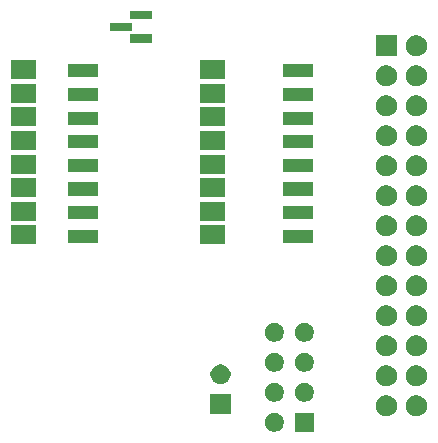
<source format=gbr>
G04 #@! TF.GenerationSoftware,KiCad,Pcbnew,(5.1.5-0-10_14)*
G04 #@! TF.CreationDate,2020-05-04T22:30:03+03:00*
G04 #@! TF.ProjectId,PiGate,50694761-7465-42e6-9b69-6361645f7063,rev?*
G04 #@! TF.SameCoordinates,Original*
G04 #@! TF.FileFunction,Soldermask,Top*
G04 #@! TF.FilePolarity,Negative*
%FSLAX46Y46*%
G04 Gerber Fmt 4.6, Leading zero omitted, Abs format (unit mm)*
G04 Created by KiCad (PCBNEW (5.1.5-0-10_14)) date 2020-05-04 22:30:03*
%MOMM*%
%LPD*%
G04 APERTURE LIST*
%ADD10C,0.100000*%
G04 APERTURE END LIST*
D10*
G36*
X121717000Y-86233200D02*
G01*
X120091000Y-86233200D01*
X120091000Y-84607200D01*
X121717000Y-84607200D01*
X121717000Y-86233200D01*
G37*
G36*
X118601142Y-84638442D02*
G01*
X118749101Y-84699729D01*
X118882255Y-84788699D01*
X118995501Y-84901945D01*
X119084471Y-85035099D01*
X119145758Y-85183058D01*
X119177000Y-85340125D01*
X119177000Y-85500275D01*
X119145758Y-85657342D01*
X119084471Y-85805301D01*
X118995501Y-85938455D01*
X118882255Y-86051701D01*
X118749101Y-86140671D01*
X118601142Y-86201958D01*
X118444075Y-86233200D01*
X118283925Y-86233200D01*
X118126858Y-86201958D01*
X117978899Y-86140671D01*
X117845745Y-86051701D01*
X117732499Y-85938455D01*
X117643529Y-85805301D01*
X117582242Y-85657342D01*
X117551000Y-85500275D01*
X117551000Y-85340125D01*
X117582242Y-85183058D01*
X117643529Y-85035099D01*
X117732499Y-84901945D01*
X117845745Y-84788699D01*
X117978899Y-84699729D01*
X118126858Y-84638442D01*
X118283925Y-84607200D01*
X118444075Y-84607200D01*
X118601142Y-84638442D01*
G37*
G36*
X130508814Y-83133927D02*
G01*
X130658114Y-83163624D01*
X130822086Y-83231544D01*
X130969656Y-83330147D01*
X131095155Y-83455646D01*
X131193758Y-83603216D01*
X131261678Y-83767188D01*
X131296302Y-83941259D01*
X131296302Y-84118741D01*
X131261678Y-84292812D01*
X131193758Y-84456784D01*
X131095155Y-84604354D01*
X130969656Y-84729853D01*
X130822086Y-84828456D01*
X130658114Y-84896376D01*
X130508814Y-84926073D01*
X130484044Y-84931000D01*
X130306560Y-84931000D01*
X130281790Y-84926073D01*
X130132490Y-84896376D01*
X129968518Y-84828456D01*
X129820948Y-84729853D01*
X129695449Y-84604354D01*
X129596846Y-84456784D01*
X129528926Y-84292812D01*
X129494302Y-84118741D01*
X129494302Y-83941259D01*
X129528926Y-83767188D01*
X129596846Y-83603216D01*
X129695449Y-83455646D01*
X129820948Y-83330147D01*
X129968518Y-83231544D01*
X130132490Y-83163624D01*
X130281790Y-83133927D01*
X130306560Y-83129000D01*
X130484044Y-83129000D01*
X130508814Y-83133927D01*
G37*
G36*
X127968814Y-83133927D02*
G01*
X128118114Y-83163624D01*
X128282086Y-83231544D01*
X128429656Y-83330147D01*
X128555155Y-83455646D01*
X128653758Y-83603216D01*
X128721678Y-83767188D01*
X128756302Y-83941259D01*
X128756302Y-84118741D01*
X128721678Y-84292812D01*
X128653758Y-84456784D01*
X128555155Y-84604354D01*
X128429656Y-84729853D01*
X128282086Y-84828456D01*
X128118114Y-84896376D01*
X127968814Y-84926073D01*
X127944044Y-84931000D01*
X127766560Y-84931000D01*
X127741790Y-84926073D01*
X127592490Y-84896376D01*
X127428518Y-84828456D01*
X127280948Y-84729853D01*
X127155449Y-84604354D01*
X127056846Y-84456784D01*
X126988926Y-84292812D01*
X126954302Y-84118741D01*
X126954302Y-83941259D01*
X126988926Y-83767188D01*
X127056846Y-83603216D01*
X127155449Y-83455646D01*
X127280948Y-83330147D01*
X127428518Y-83231544D01*
X127592490Y-83163624D01*
X127741790Y-83133927D01*
X127766560Y-83129000D01*
X127944044Y-83129000D01*
X127968814Y-83133927D01*
G37*
G36*
X114668400Y-84721800D02*
G01*
X112966400Y-84721800D01*
X112966400Y-83019800D01*
X114668400Y-83019800D01*
X114668400Y-84721800D01*
G37*
G36*
X121141142Y-82098442D02*
G01*
X121289101Y-82159729D01*
X121422255Y-82248699D01*
X121535501Y-82361945D01*
X121624471Y-82495099D01*
X121685758Y-82643058D01*
X121717000Y-82800125D01*
X121717000Y-82960275D01*
X121685758Y-83117342D01*
X121624471Y-83265301D01*
X121535501Y-83398455D01*
X121422255Y-83511701D01*
X121289101Y-83600671D01*
X121141142Y-83661958D01*
X120984075Y-83693200D01*
X120823925Y-83693200D01*
X120666858Y-83661958D01*
X120518899Y-83600671D01*
X120385745Y-83511701D01*
X120272499Y-83398455D01*
X120183529Y-83265301D01*
X120122242Y-83117342D01*
X120091000Y-82960275D01*
X120091000Y-82800125D01*
X120122242Y-82643058D01*
X120183529Y-82495099D01*
X120272499Y-82361945D01*
X120385745Y-82248699D01*
X120518899Y-82159729D01*
X120666858Y-82098442D01*
X120823925Y-82067200D01*
X120984075Y-82067200D01*
X121141142Y-82098442D01*
G37*
G36*
X118601142Y-82098442D02*
G01*
X118749101Y-82159729D01*
X118882255Y-82248699D01*
X118995501Y-82361945D01*
X119084471Y-82495099D01*
X119145758Y-82643058D01*
X119177000Y-82800125D01*
X119177000Y-82960275D01*
X119145758Y-83117342D01*
X119084471Y-83265301D01*
X118995501Y-83398455D01*
X118882255Y-83511701D01*
X118749101Y-83600671D01*
X118601142Y-83661958D01*
X118444075Y-83693200D01*
X118283925Y-83693200D01*
X118126858Y-83661958D01*
X117978899Y-83600671D01*
X117845745Y-83511701D01*
X117732499Y-83398455D01*
X117643529Y-83265301D01*
X117582242Y-83117342D01*
X117551000Y-82960275D01*
X117551000Y-82800125D01*
X117582242Y-82643058D01*
X117643529Y-82495099D01*
X117732499Y-82361945D01*
X117845745Y-82248699D01*
X117978899Y-82159729D01*
X118126858Y-82098442D01*
X118283925Y-82067200D01*
X118444075Y-82067200D01*
X118601142Y-82098442D01*
G37*
G36*
X130508814Y-80593927D02*
G01*
X130658114Y-80623624D01*
X130822086Y-80691544D01*
X130969656Y-80790147D01*
X131095155Y-80915646D01*
X131193758Y-81063216D01*
X131261678Y-81227188D01*
X131296302Y-81401259D01*
X131296302Y-81578741D01*
X131261678Y-81752812D01*
X131193758Y-81916784D01*
X131095155Y-82064354D01*
X130969656Y-82189853D01*
X130822086Y-82288456D01*
X130658114Y-82356376D01*
X130508814Y-82386073D01*
X130484044Y-82391000D01*
X130306560Y-82391000D01*
X130281790Y-82386073D01*
X130132490Y-82356376D01*
X129968518Y-82288456D01*
X129820948Y-82189853D01*
X129695449Y-82064354D01*
X129596846Y-81916784D01*
X129528926Y-81752812D01*
X129494302Y-81578741D01*
X129494302Y-81401259D01*
X129528926Y-81227188D01*
X129596846Y-81063216D01*
X129695449Y-80915646D01*
X129820948Y-80790147D01*
X129968518Y-80691544D01*
X130132490Y-80623624D01*
X130281790Y-80593927D01*
X130306560Y-80589000D01*
X130484044Y-80589000D01*
X130508814Y-80593927D01*
G37*
G36*
X127968814Y-80593927D02*
G01*
X128118114Y-80623624D01*
X128282086Y-80691544D01*
X128429656Y-80790147D01*
X128555155Y-80915646D01*
X128653758Y-81063216D01*
X128721678Y-81227188D01*
X128756302Y-81401259D01*
X128756302Y-81578741D01*
X128721678Y-81752812D01*
X128653758Y-81916784D01*
X128555155Y-82064354D01*
X128429656Y-82189853D01*
X128282086Y-82288456D01*
X128118114Y-82356376D01*
X127968814Y-82386073D01*
X127944044Y-82391000D01*
X127766560Y-82391000D01*
X127741790Y-82386073D01*
X127592490Y-82356376D01*
X127428518Y-82288456D01*
X127280948Y-82189853D01*
X127155449Y-82064354D01*
X127056846Y-81916784D01*
X126988926Y-81752812D01*
X126954302Y-81578741D01*
X126954302Y-81401259D01*
X126988926Y-81227188D01*
X127056846Y-81063216D01*
X127155449Y-80915646D01*
X127280948Y-80790147D01*
X127428518Y-80691544D01*
X127592490Y-80623624D01*
X127741790Y-80593927D01*
X127766560Y-80589000D01*
X127944044Y-80589000D01*
X127968814Y-80593927D01*
G37*
G36*
X114065628Y-80552503D02*
G01*
X114220500Y-80616653D01*
X114359881Y-80709785D01*
X114478415Y-80828319D01*
X114571547Y-80967700D01*
X114635697Y-81122572D01*
X114668400Y-81286984D01*
X114668400Y-81454616D01*
X114635697Y-81619028D01*
X114571547Y-81773900D01*
X114478415Y-81913281D01*
X114359881Y-82031815D01*
X114220500Y-82124947D01*
X114065628Y-82189097D01*
X113901216Y-82221800D01*
X113733584Y-82221800D01*
X113569172Y-82189097D01*
X113414300Y-82124947D01*
X113274919Y-82031815D01*
X113156385Y-81913281D01*
X113063253Y-81773900D01*
X112999103Y-81619028D01*
X112966400Y-81454616D01*
X112966400Y-81286984D01*
X112999103Y-81122572D01*
X113063253Y-80967700D01*
X113156385Y-80828319D01*
X113274919Y-80709785D01*
X113414300Y-80616653D01*
X113569172Y-80552503D01*
X113733584Y-80519800D01*
X113901216Y-80519800D01*
X114065628Y-80552503D01*
G37*
G36*
X121141142Y-79558442D02*
G01*
X121289101Y-79619729D01*
X121422255Y-79708699D01*
X121535501Y-79821945D01*
X121624471Y-79955099D01*
X121685758Y-80103058D01*
X121717000Y-80260125D01*
X121717000Y-80420275D01*
X121685758Y-80577342D01*
X121624471Y-80725301D01*
X121535501Y-80858455D01*
X121422255Y-80971701D01*
X121289101Y-81060671D01*
X121141142Y-81121958D01*
X120984075Y-81153200D01*
X120823925Y-81153200D01*
X120666858Y-81121958D01*
X120518899Y-81060671D01*
X120385745Y-80971701D01*
X120272499Y-80858455D01*
X120183529Y-80725301D01*
X120122242Y-80577342D01*
X120091000Y-80420275D01*
X120091000Y-80260125D01*
X120122242Y-80103058D01*
X120183529Y-79955099D01*
X120272499Y-79821945D01*
X120385745Y-79708699D01*
X120518899Y-79619729D01*
X120666858Y-79558442D01*
X120823925Y-79527200D01*
X120984075Y-79527200D01*
X121141142Y-79558442D01*
G37*
G36*
X118601142Y-79558442D02*
G01*
X118749101Y-79619729D01*
X118882255Y-79708699D01*
X118995501Y-79821945D01*
X119084471Y-79955099D01*
X119145758Y-80103058D01*
X119177000Y-80260125D01*
X119177000Y-80420275D01*
X119145758Y-80577342D01*
X119084471Y-80725301D01*
X118995501Y-80858455D01*
X118882255Y-80971701D01*
X118749101Y-81060671D01*
X118601142Y-81121958D01*
X118444075Y-81153200D01*
X118283925Y-81153200D01*
X118126858Y-81121958D01*
X117978899Y-81060671D01*
X117845745Y-80971701D01*
X117732499Y-80858455D01*
X117643529Y-80725301D01*
X117582242Y-80577342D01*
X117551000Y-80420275D01*
X117551000Y-80260125D01*
X117582242Y-80103058D01*
X117643529Y-79955099D01*
X117732499Y-79821945D01*
X117845745Y-79708699D01*
X117978899Y-79619729D01*
X118126858Y-79558442D01*
X118283925Y-79527200D01*
X118444075Y-79527200D01*
X118601142Y-79558442D01*
G37*
G36*
X127968814Y-78053927D02*
G01*
X128118114Y-78083624D01*
X128282086Y-78151544D01*
X128429656Y-78250147D01*
X128555155Y-78375646D01*
X128653758Y-78523216D01*
X128721678Y-78687188D01*
X128756302Y-78861259D01*
X128756302Y-79038741D01*
X128721678Y-79212812D01*
X128653758Y-79376784D01*
X128555155Y-79524354D01*
X128429656Y-79649853D01*
X128282086Y-79748456D01*
X128118114Y-79816376D01*
X127968814Y-79846073D01*
X127944044Y-79851000D01*
X127766560Y-79851000D01*
X127741790Y-79846073D01*
X127592490Y-79816376D01*
X127428518Y-79748456D01*
X127280948Y-79649853D01*
X127155449Y-79524354D01*
X127056846Y-79376784D01*
X126988926Y-79212812D01*
X126954302Y-79038741D01*
X126954302Y-78861259D01*
X126988926Y-78687188D01*
X127056846Y-78523216D01*
X127155449Y-78375646D01*
X127280948Y-78250147D01*
X127428518Y-78151544D01*
X127592490Y-78083624D01*
X127741790Y-78053927D01*
X127766560Y-78049000D01*
X127944044Y-78049000D01*
X127968814Y-78053927D01*
G37*
G36*
X130508814Y-78053927D02*
G01*
X130658114Y-78083624D01*
X130822086Y-78151544D01*
X130969656Y-78250147D01*
X131095155Y-78375646D01*
X131193758Y-78523216D01*
X131261678Y-78687188D01*
X131296302Y-78861259D01*
X131296302Y-79038741D01*
X131261678Y-79212812D01*
X131193758Y-79376784D01*
X131095155Y-79524354D01*
X130969656Y-79649853D01*
X130822086Y-79748456D01*
X130658114Y-79816376D01*
X130508814Y-79846073D01*
X130484044Y-79851000D01*
X130306560Y-79851000D01*
X130281790Y-79846073D01*
X130132490Y-79816376D01*
X129968518Y-79748456D01*
X129820948Y-79649853D01*
X129695449Y-79524354D01*
X129596846Y-79376784D01*
X129528926Y-79212812D01*
X129494302Y-79038741D01*
X129494302Y-78861259D01*
X129528926Y-78687188D01*
X129596846Y-78523216D01*
X129695449Y-78375646D01*
X129820948Y-78250147D01*
X129968518Y-78151544D01*
X130132490Y-78083624D01*
X130281790Y-78053927D01*
X130306560Y-78049000D01*
X130484044Y-78049000D01*
X130508814Y-78053927D01*
G37*
G36*
X118601142Y-77018442D02*
G01*
X118749101Y-77079729D01*
X118882255Y-77168699D01*
X118995501Y-77281945D01*
X119084471Y-77415099D01*
X119145758Y-77563058D01*
X119177000Y-77720125D01*
X119177000Y-77880275D01*
X119145758Y-78037342D01*
X119084471Y-78185301D01*
X118995501Y-78318455D01*
X118882255Y-78431701D01*
X118749101Y-78520671D01*
X118601142Y-78581958D01*
X118444075Y-78613200D01*
X118283925Y-78613200D01*
X118126858Y-78581958D01*
X117978899Y-78520671D01*
X117845745Y-78431701D01*
X117732499Y-78318455D01*
X117643529Y-78185301D01*
X117582242Y-78037342D01*
X117551000Y-77880275D01*
X117551000Y-77720125D01*
X117582242Y-77563058D01*
X117643529Y-77415099D01*
X117732499Y-77281945D01*
X117845745Y-77168699D01*
X117978899Y-77079729D01*
X118126858Y-77018442D01*
X118283925Y-76987200D01*
X118444075Y-76987200D01*
X118601142Y-77018442D01*
G37*
G36*
X121141142Y-77018442D02*
G01*
X121289101Y-77079729D01*
X121422255Y-77168699D01*
X121535501Y-77281945D01*
X121624471Y-77415099D01*
X121685758Y-77563058D01*
X121717000Y-77720125D01*
X121717000Y-77880275D01*
X121685758Y-78037342D01*
X121624471Y-78185301D01*
X121535501Y-78318455D01*
X121422255Y-78431701D01*
X121289101Y-78520671D01*
X121141142Y-78581958D01*
X120984075Y-78613200D01*
X120823925Y-78613200D01*
X120666858Y-78581958D01*
X120518899Y-78520671D01*
X120385745Y-78431701D01*
X120272499Y-78318455D01*
X120183529Y-78185301D01*
X120122242Y-78037342D01*
X120091000Y-77880275D01*
X120091000Y-77720125D01*
X120122242Y-77563058D01*
X120183529Y-77415099D01*
X120272499Y-77281945D01*
X120385745Y-77168699D01*
X120518899Y-77079729D01*
X120666858Y-77018442D01*
X120823925Y-76987200D01*
X120984075Y-76987200D01*
X121141142Y-77018442D01*
G37*
G36*
X127968814Y-75513927D02*
G01*
X128118114Y-75543624D01*
X128282086Y-75611544D01*
X128429656Y-75710147D01*
X128555155Y-75835646D01*
X128653758Y-75983216D01*
X128721678Y-76147188D01*
X128756302Y-76321259D01*
X128756302Y-76498741D01*
X128721678Y-76672812D01*
X128653758Y-76836784D01*
X128555155Y-76984354D01*
X128429656Y-77109853D01*
X128282086Y-77208456D01*
X128118114Y-77276376D01*
X127968814Y-77306073D01*
X127944044Y-77311000D01*
X127766560Y-77311000D01*
X127741790Y-77306073D01*
X127592490Y-77276376D01*
X127428518Y-77208456D01*
X127280948Y-77109853D01*
X127155449Y-76984354D01*
X127056846Y-76836784D01*
X126988926Y-76672812D01*
X126954302Y-76498741D01*
X126954302Y-76321259D01*
X126988926Y-76147188D01*
X127056846Y-75983216D01*
X127155449Y-75835646D01*
X127280948Y-75710147D01*
X127428518Y-75611544D01*
X127592490Y-75543624D01*
X127741790Y-75513927D01*
X127766560Y-75509000D01*
X127944044Y-75509000D01*
X127968814Y-75513927D01*
G37*
G36*
X130508814Y-75513927D02*
G01*
X130658114Y-75543624D01*
X130822086Y-75611544D01*
X130969656Y-75710147D01*
X131095155Y-75835646D01*
X131193758Y-75983216D01*
X131261678Y-76147188D01*
X131296302Y-76321259D01*
X131296302Y-76498741D01*
X131261678Y-76672812D01*
X131193758Y-76836784D01*
X131095155Y-76984354D01*
X130969656Y-77109853D01*
X130822086Y-77208456D01*
X130658114Y-77276376D01*
X130508814Y-77306073D01*
X130484044Y-77311000D01*
X130306560Y-77311000D01*
X130281790Y-77306073D01*
X130132490Y-77276376D01*
X129968518Y-77208456D01*
X129820948Y-77109853D01*
X129695449Y-76984354D01*
X129596846Y-76836784D01*
X129528926Y-76672812D01*
X129494302Y-76498741D01*
X129494302Y-76321259D01*
X129528926Y-76147188D01*
X129596846Y-75983216D01*
X129695449Y-75835646D01*
X129820948Y-75710147D01*
X129968518Y-75611544D01*
X130132490Y-75543624D01*
X130281790Y-75513927D01*
X130306560Y-75509000D01*
X130484044Y-75509000D01*
X130508814Y-75513927D01*
G37*
G36*
X130508814Y-72973927D02*
G01*
X130658114Y-73003624D01*
X130822086Y-73071544D01*
X130969656Y-73170147D01*
X131095155Y-73295646D01*
X131193758Y-73443216D01*
X131261678Y-73607188D01*
X131296302Y-73781259D01*
X131296302Y-73958741D01*
X131261678Y-74132812D01*
X131193758Y-74296784D01*
X131095155Y-74444354D01*
X130969656Y-74569853D01*
X130822086Y-74668456D01*
X130658114Y-74736376D01*
X130508814Y-74766073D01*
X130484044Y-74771000D01*
X130306560Y-74771000D01*
X130281790Y-74766073D01*
X130132490Y-74736376D01*
X129968518Y-74668456D01*
X129820948Y-74569853D01*
X129695449Y-74444354D01*
X129596846Y-74296784D01*
X129528926Y-74132812D01*
X129494302Y-73958741D01*
X129494302Y-73781259D01*
X129528926Y-73607188D01*
X129596846Y-73443216D01*
X129695449Y-73295646D01*
X129820948Y-73170147D01*
X129968518Y-73071544D01*
X130132490Y-73003624D01*
X130281790Y-72973927D01*
X130306560Y-72969000D01*
X130484044Y-72969000D01*
X130508814Y-72973927D01*
G37*
G36*
X127968814Y-72973927D02*
G01*
X128118114Y-73003624D01*
X128282086Y-73071544D01*
X128429656Y-73170147D01*
X128555155Y-73295646D01*
X128653758Y-73443216D01*
X128721678Y-73607188D01*
X128756302Y-73781259D01*
X128756302Y-73958741D01*
X128721678Y-74132812D01*
X128653758Y-74296784D01*
X128555155Y-74444354D01*
X128429656Y-74569853D01*
X128282086Y-74668456D01*
X128118114Y-74736376D01*
X127968814Y-74766073D01*
X127944044Y-74771000D01*
X127766560Y-74771000D01*
X127741790Y-74766073D01*
X127592490Y-74736376D01*
X127428518Y-74668456D01*
X127280948Y-74569853D01*
X127155449Y-74444354D01*
X127056846Y-74296784D01*
X126988926Y-74132812D01*
X126954302Y-73958741D01*
X126954302Y-73781259D01*
X126988926Y-73607188D01*
X127056846Y-73443216D01*
X127155449Y-73295646D01*
X127280948Y-73170147D01*
X127428518Y-73071544D01*
X127592490Y-73003624D01*
X127741790Y-72973927D01*
X127766560Y-72969000D01*
X127944044Y-72969000D01*
X127968814Y-72973927D01*
G37*
G36*
X130508814Y-70433927D02*
G01*
X130658114Y-70463624D01*
X130822086Y-70531544D01*
X130969656Y-70630147D01*
X131095155Y-70755646D01*
X131193758Y-70903216D01*
X131261678Y-71067188D01*
X131296302Y-71241259D01*
X131296302Y-71418741D01*
X131261678Y-71592812D01*
X131193758Y-71756784D01*
X131095155Y-71904354D01*
X130969656Y-72029853D01*
X130822086Y-72128456D01*
X130658114Y-72196376D01*
X130508814Y-72226073D01*
X130484044Y-72231000D01*
X130306560Y-72231000D01*
X130281790Y-72226073D01*
X130132490Y-72196376D01*
X129968518Y-72128456D01*
X129820948Y-72029853D01*
X129695449Y-71904354D01*
X129596846Y-71756784D01*
X129528926Y-71592812D01*
X129494302Y-71418741D01*
X129494302Y-71241259D01*
X129528926Y-71067188D01*
X129596846Y-70903216D01*
X129695449Y-70755646D01*
X129820948Y-70630147D01*
X129968518Y-70531544D01*
X130132490Y-70463624D01*
X130281790Y-70433927D01*
X130306560Y-70429000D01*
X130484044Y-70429000D01*
X130508814Y-70433927D01*
G37*
G36*
X127968814Y-70433927D02*
G01*
X128118114Y-70463624D01*
X128282086Y-70531544D01*
X128429656Y-70630147D01*
X128555155Y-70755646D01*
X128653758Y-70903216D01*
X128721678Y-71067188D01*
X128756302Y-71241259D01*
X128756302Y-71418741D01*
X128721678Y-71592812D01*
X128653758Y-71756784D01*
X128555155Y-71904354D01*
X128429656Y-72029853D01*
X128282086Y-72128456D01*
X128118114Y-72196376D01*
X127968814Y-72226073D01*
X127944044Y-72231000D01*
X127766560Y-72231000D01*
X127741790Y-72226073D01*
X127592490Y-72196376D01*
X127428518Y-72128456D01*
X127280948Y-72029853D01*
X127155449Y-71904354D01*
X127056846Y-71756784D01*
X126988926Y-71592812D01*
X126954302Y-71418741D01*
X126954302Y-71241259D01*
X126988926Y-71067188D01*
X127056846Y-70903216D01*
X127155449Y-70755646D01*
X127280948Y-70630147D01*
X127428518Y-70531544D01*
X127592490Y-70463624D01*
X127741790Y-70433927D01*
X127766560Y-70429000D01*
X127944044Y-70429000D01*
X127968814Y-70433927D01*
G37*
G36*
X114180600Y-70361200D02*
G01*
X112078600Y-70361200D01*
X112078600Y-68759200D01*
X114180600Y-68759200D01*
X114180600Y-70361200D01*
G37*
G36*
X98180600Y-70361200D02*
G01*
X96078600Y-70361200D01*
X96078600Y-68759200D01*
X98180600Y-68759200D01*
X98180600Y-70361200D01*
G37*
G36*
X103471600Y-70223200D02*
G01*
X100869600Y-70223200D01*
X100869600Y-69121200D01*
X103471600Y-69121200D01*
X103471600Y-70223200D01*
G37*
G36*
X121671600Y-70223200D02*
G01*
X119069600Y-70223200D01*
X119069600Y-69121200D01*
X121671600Y-69121200D01*
X121671600Y-70223200D01*
G37*
G36*
X127968814Y-67893927D02*
G01*
X128118114Y-67923624D01*
X128282086Y-67991544D01*
X128429656Y-68090147D01*
X128555155Y-68215646D01*
X128653758Y-68363216D01*
X128721678Y-68527188D01*
X128756302Y-68701259D01*
X128756302Y-68878741D01*
X128721678Y-69052812D01*
X128653758Y-69216784D01*
X128555155Y-69364354D01*
X128429656Y-69489853D01*
X128282086Y-69588456D01*
X128118114Y-69656376D01*
X127968814Y-69686073D01*
X127944044Y-69691000D01*
X127766560Y-69691000D01*
X127741790Y-69686073D01*
X127592490Y-69656376D01*
X127428518Y-69588456D01*
X127280948Y-69489853D01*
X127155449Y-69364354D01*
X127056846Y-69216784D01*
X126988926Y-69052812D01*
X126954302Y-68878741D01*
X126954302Y-68701259D01*
X126988926Y-68527188D01*
X127056846Y-68363216D01*
X127155449Y-68215646D01*
X127280948Y-68090147D01*
X127428518Y-67991544D01*
X127592490Y-67923624D01*
X127741790Y-67893927D01*
X127766560Y-67889000D01*
X127944044Y-67889000D01*
X127968814Y-67893927D01*
G37*
G36*
X130508814Y-67893927D02*
G01*
X130658114Y-67923624D01*
X130822086Y-67991544D01*
X130969656Y-68090147D01*
X131095155Y-68215646D01*
X131193758Y-68363216D01*
X131261678Y-68527188D01*
X131296302Y-68701259D01*
X131296302Y-68878741D01*
X131261678Y-69052812D01*
X131193758Y-69216784D01*
X131095155Y-69364354D01*
X130969656Y-69489853D01*
X130822086Y-69588456D01*
X130658114Y-69656376D01*
X130508814Y-69686073D01*
X130484044Y-69691000D01*
X130306560Y-69691000D01*
X130281790Y-69686073D01*
X130132490Y-69656376D01*
X129968518Y-69588456D01*
X129820948Y-69489853D01*
X129695449Y-69364354D01*
X129596846Y-69216784D01*
X129528926Y-69052812D01*
X129494302Y-68878741D01*
X129494302Y-68701259D01*
X129528926Y-68527188D01*
X129596846Y-68363216D01*
X129695449Y-68215646D01*
X129820948Y-68090147D01*
X129968518Y-67991544D01*
X130132490Y-67923624D01*
X130281790Y-67893927D01*
X130306560Y-67889000D01*
X130484044Y-67889000D01*
X130508814Y-67893927D01*
G37*
G36*
X98180600Y-68361200D02*
G01*
X96078600Y-68361200D01*
X96078600Y-66759200D01*
X98180600Y-66759200D01*
X98180600Y-68361200D01*
G37*
G36*
X114180600Y-68361200D02*
G01*
X112078600Y-68361200D01*
X112078600Y-66759200D01*
X114180600Y-66759200D01*
X114180600Y-68361200D01*
G37*
G36*
X103471600Y-68223200D02*
G01*
X100869600Y-68223200D01*
X100869600Y-67121200D01*
X103471600Y-67121200D01*
X103471600Y-68223200D01*
G37*
G36*
X121671600Y-68223200D02*
G01*
X119069600Y-68223200D01*
X119069600Y-67121200D01*
X121671600Y-67121200D01*
X121671600Y-68223200D01*
G37*
G36*
X127968814Y-65353927D02*
G01*
X128118114Y-65383624D01*
X128282086Y-65451544D01*
X128429656Y-65550147D01*
X128555155Y-65675646D01*
X128653758Y-65823216D01*
X128721678Y-65987188D01*
X128756302Y-66161259D01*
X128756302Y-66338741D01*
X128721678Y-66512812D01*
X128653758Y-66676784D01*
X128555155Y-66824354D01*
X128429656Y-66949853D01*
X128282086Y-67048456D01*
X128118114Y-67116376D01*
X127968814Y-67146073D01*
X127944044Y-67151000D01*
X127766560Y-67151000D01*
X127741790Y-67146073D01*
X127592490Y-67116376D01*
X127428518Y-67048456D01*
X127280948Y-66949853D01*
X127155449Y-66824354D01*
X127056846Y-66676784D01*
X126988926Y-66512812D01*
X126954302Y-66338741D01*
X126954302Y-66161259D01*
X126988926Y-65987188D01*
X127056846Y-65823216D01*
X127155449Y-65675646D01*
X127280948Y-65550147D01*
X127428518Y-65451544D01*
X127592490Y-65383624D01*
X127741790Y-65353927D01*
X127766560Y-65349000D01*
X127944044Y-65349000D01*
X127968814Y-65353927D01*
G37*
G36*
X130508814Y-65353927D02*
G01*
X130658114Y-65383624D01*
X130822086Y-65451544D01*
X130969656Y-65550147D01*
X131095155Y-65675646D01*
X131193758Y-65823216D01*
X131261678Y-65987188D01*
X131296302Y-66161259D01*
X131296302Y-66338741D01*
X131261678Y-66512812D01*
X131193758Y-66676784D01*
X131095155Y-66824354D01*
X130969656Y-66949853D01*
X130822086Y-67048456D01*
X130658114Y-67116376D01*
X130508814Y-67146073D01*
X130484044Y-67151000D01*
X130306560Y-67151000D01*
X130281790Y-67146073D01*
X130132490Y-67116376D01*
X129968518Y-67048456D01*
X129820948Y-66949853D01*
X129695449Y-66824354D01*
X129596846Y-66676784D01*
X129528926Y-66512812D01*
X129494302Y-66338741D01*
X129494302Y-66161259D01*
X129528926Y-65987188D01*
X129596846Y-65823216D01*
X129695449Y-65675646D01*
X129820948Y-65550147D01*
X129968518Y-65451544D01*
X130132490Y-65383624D01*
X130281790Y-65353927D01*
X130306560Y-65349000D01*
X130484044Y-65349000D01*
X130508814Y-65353927D01*
G37*
G36*
X98180600Y-66361200D02*
G01*
X96078600Y-66361200D01*
X96078600Y-64759200D01*
X98180600Y-64759200D01*
X98180600Y-66361200D01*
G37*
G36*
X114180600Y-66361200D02*
G01*
X112078600Y-66361200D01*
X112078600Y-64759200D01*
X114180600Y-64759200D01*
X114180600Y-66361200D01*
G37*
G36*
X103471600Y-66223200D02*
G01*
X100869600Y-66223200D01*
X100869600Y-65121200D01*
X103471600Y-65121200D01*
X103471600Y-66223200D01*
G37*
G36*
X121671600Y-66223200D02*
G01*
X119069600Y-66223200D01*
X119069600Y-65121200D01*
X121671600Y-65121200D01*
X121671600Y-66223200D01*
G37*
G36*
X130508814Y-62813927D02*
G01*
X130658114Y-62843624D01*
X130822086Y-62911544D01*
X130969656Y-63010147D01*
X131095155Y-63135646D01*
X131193758Y-63283216D01*
X131261678Y-63447188D01*
X131296302Y-63621259D01*
X131296302Y-63798741D01*
X131261678Y-63972812D01*
X131193758Y-64136784D01*
X131095155Y-64284354D01*
X130969656Y-64409853D01*
X130822086Y-64508456D01*
X130658114Y-64576376D01*
X130508814Y-64606073D01*
X130484044Y-64611000D01*
X130306560Y-64611000D01*
X130281790Y-64606073D01*
X130132490Y-64576376D01*
X129968518Y-64508456D01*
X129820948Y-64409853D01*
X129695449Y-64284354D01*
X129596846Y-64136784D01*
X129528926Y-63972812D01*
X129494302Y-63798741D01*
X129494302Y-63621259D01*
X129528926Y-63447188D01*
X129596846Y-63283216D01*
X129695449Y-63135646D01*
X129820948Y-63010147D01*
X129968518Y-62911544D01*
X130132490Y-62843624D01*
X130281790Y-62813927D01*
X130306560Y-62809000D01*
X130484044Y-62809000D01*
X130508814Y-62813927D01*
G37*
G36*
X127968814Y-62813927D02*
G01*
X128118114Y-62843624D01*
X128282086Y-62911544D01*
X128429656Y-63010147D01*
X128555155Y-63135646D01*
X128653758Y-63283216D01*
X128721678Y-63447188D01*
X128756302Y-63621259D01*
X128756302Y-63798741D01*
X128721678Y-63972812D01*
X128653758Y-64136784D01*
X128555155Y-64284354D01*
X128429656Y-64409853D01*
X128282086Y-64508456D01*
X128118114Y-64576376D01*
X127968814Y-64606073D01*
X127944044Y-64611000D01*
X127766560Y-64611000D01*
X127741790Y-64606073D01*
X127592490Y-64576376D01*
X127428518Y-64508456D01*
X127280948Y-64409853D01*
X127155449Y-64284354D01*
X127056846Y-64136784D01*
X126988926Y-63972812D01*
X126954302Y-63798741D01*
X126954302Y-63621259D01*
X126988926Y-63447188D01*
X127056846Y-63283216D01*
X127155449Y-63135646D01*
X127280948Y-63010147D01*
X127428518Y-62911544D01*
X127592490Y-62843624D01*
X127741790Y-62813927D01*
X127766560Y-62809000D01*
X127944044Y-62809000D01*
X127968814Y-62813927D01*
G37*
G36*
X114180600Y-64361200D02*
G01*
X112078600Y-64361200D01*
X112078600Y-62759200D01*
X114180600Y-62759200D01*
X114180600Y-64361200D01*
G37*
G36*
X98180600Y-64361200D02*
G01*
X96078600Y-64361200D01*
X96078600Y-62759200D01*
X98180600Y-62759200D01*
X98180600Y-64361200D01*
G37*
G36*
X121671600Y-64223200D02*
G01*
X119069600Y-64223200D01*
X119069600Y-63121200D01*
X121671600Y-63121200D01*
X121671600Y-64223200D01*
G37*
G36*
X103471600Y-64223200D02*
G01*
X100869600Y-64223200D01*
X100869600Y-63121200D01*
X103471600Y-63121200D01*
X103471600Y-64223200D01*
G37*
G36*
X114180600Y-62361200D02*
G01*
X112078600Y-62361200D01*
X112078600Y-60759200D01*
X114180600Y-60759200D01*
X114180600Y-62361200D01*
G37*
G36*
X98180600Y-62361200D02*
G01*
X96078600Y-62361200D01*
X96078600Y-60759200D01*
X98180600Y-60759200D01*
X98180600Y-62361200D01*
G37*
G36*
X121671600Y-62223200D02*
G01*
X119069600Y-62223200D01*
X119069600Y-61121200D01*
X121671600Y-61121200D01*
X121671600Y-62223200D01*
G37*
G36*
X103471600Y-62223200D02*
G01*
X100869600Y-62223200D01*
X100869600Y-61121200D01*
X103471600Y-61121200D01*
X103471600Y-62223200D01*
G37*
G36*
X130508814Y-60273927D02*
G01*
X130658114Y-60303624D01*
X130822086Y-60371544D01*
X130969656Y-60470147D01*
X131095155Y-60595646D01*
X131193758Y-60743216D01*
X131261678Y-60907188D01*
X131296302Y-61081259D01*
X131296302Y-61258741D01*
X131261678Y-61432812D01*
X131193758Y-61596784D01*
X131095155Y-61744354D01*
X130969656Y-61869853D01*
X130822086Y-61968456D01*
X130658114Y-62036376D01*
X130508814Y-62066073D01*
X130484044Y-62071000D01*
X130306560Y-62071000D01*
X130281790Y-62066073D01*
X130132490Y-62036376D01*
X129968518Y-61968456D01*
X129820948Y-61869853D01*
X129695449Y-61744354D01*
X129596846Y-61596784D01*
X129528926Y-61432812D01*
X129494302Y-61258741D01*
X129494302Y-61081259D01*
X129528926Y-60907188D01*
X129596846Y-60743216D01*
X129695449Y-60595646D01*
X129820948Y-60470147D01*
X129968518Y-60371544D01*
X130132490Y-60303624D01*
X130281790Y-60273927D01*
X130306560Y-60269000D01*
X130484044Y-60269000D01*
X130508814Y-60273927D01*
G37*
G36*
X127968814Y-60273927D02*
G01*
X128118114Y-60303624D01*
X128282086Y-60371544D01*
X128429656Y-60470147D01*
X128555155Y-60595646D01*
X128653758Y-60743216D01*
X128721678Y-60907188D01*
X128756302Y-61081259D01*
X128756302Y-61258741D01*
X128721678Y-61432812D01*
X128653758Y-61596784D01*
X128555155Y-61744354D01*
X128429656Y-61869853D01*
X128282086Y-61968456D01*
X128118114Y-62036376D01*
X127968814Y-62066073D01*
X127944044Y-62071000D01*
X127766560Y-62071000D01*
X127741790Y-62066073D01*
X127592490Y-62036376D01*
X127428518Y-61968456D01*
X127280948Y-61869853D01*
X127155449Y-61744354D01*
X127056846Y-61596784D01*
X126988926Y-61432812D01*
X126954302Y-61258741D01*
X126954302Y-61081259D01*
X126988926Y-60907188D01*
X127056846Y-60743216D01*
X127155449Y-60595646D01*
X127280948Y-60470147D01*
X127428518Y-60371544D01*
X127592490Y-60303624D01*
X127741790Y-60273927D01*
X127766560Y-60269000D01*
X127944044Y-60269000D01*
X127968814Y-60273927D01*
G37*
G36*
X114180600Y-60361200D02*
G01*
X112078600Y-60361200D01*
X112078600Y-58759200D01*
X114180600Y-58759200D01*
X114180600Y-60361200D01*
G37*
G36*
X98180600Y-60361200D02*
G01*
X96078600Y-60361200D01*
X96078600Y-58759200D01*
X98180600Y-58759200D01*
X98180600Y-60361200D01*
G37*
G36*
X103471600Y-60223200D02*
G01*
X100869600Y-60223200D01*
X100869600Y-59121200D01*
X103471600Y-59121200D01*
X103471600Y-60223200D01*
G37*
G36*
X121671600Y-60223200D02*
G01*
X119069600Y-60223200D01*
X119069600Y-59121200D01*
X121671600Y-59121200D01*
X121671600Y-60223200D01*
G37*
G36*
X127968814Y-57733927D02*
G01*
X128118114Y-57763624D01*
X128282086Y-57831544D01*
X128429656Y-57930147D01*
X128555155Y-58055646D01*
X128653758Y-58203216D01*
X128721678Y-58367188D01*
X128756302Y-58541259D01*
X128756302Y-58718741D01*
X128721678Y-58892812D01*
X128653758Y-59056784D01*
X128555155Y-59204354D01*
X128429656Y-59329853D01*
X128282086Y-59428456D01*
X128118114Y-59496376D01*
X127968814Y-59526073D01*
X127944044Y-59531000D01*
X127766560Y-59531000D01*
X127741790Y-59526073D01*
X127592490Y-59496376D01*
X127428518Y-59428456D01*
X127280948Y-59329853D01*
X127155449Y-59204354D01*
X127056846Y-59056784D01*
X126988926Y-58892812D01*
X126954302Y-58718741D01*
X126954302Y-58541259D01*
X126988926Y-58367188D01*
X127056846Y-58203216D01*
X127155449Y-58055646D01*
X127280948Y-57930147D01*
X127428518Y-57831544D01*
X127592490Y-57763624D01*
X127741790Y-57733927D01*
X127766560Y-57729000D01*
X127944044Y-57729000D01*
X127968814Y-57733927D01*
G37*
G36*
X130508814Y-57733927D02*
G01*
X130658114Y-57763624D01*
X130822086Y-57831544D01*
X130969656Y-57930147D01*
X131095155Y-58055646D01*
X131193758Y-58203216D01*
X131261678Y-58367188D01*
X131296302Y-58541259D01*
X131296302Y-58718741D01*
X131261678Y-58892812D01*
X131193758Y-59056784D01*
X131095155Y-59204354D01*
X130969656Y-59329853D01*
X130822086Y-59428456D01*
X130658114Y-59496376D01*
X130508814Y-59526073D01*
X130484044Y-59531000D01*
X130306560Y-59531000D01*
X130281790Y-59526073D01*
X130132490Y-59496376D01*
X129968518Y-59428456D01*
X129820948Y-59329853D01*
X129695449Y-59204354D01*
X129596846Y-59056784D01*
X129528926Y-58892812D01*
X129494302Y-58718741D01*
X129494302Y-58541259D01*
X129528926Y-58367188D01*
X129596846Y-58203216D01*
X129695449Y-58055646D01*
X129820948Y-57930147D01*
X129968518Y-57831544D01*
X130132490Y-57763624D01*
X130281790Y-57733927D01*
X130306560Y-57729000D01*
X130484044Y-57729000D01*
X130508814Y-57733927D01*
G37*
G36*
X98180600Y-58361200D02*
G01*
X96078600Y-58361200D01*
X96078600Y-56759200D01*
X98180600Y-56759200D01*
X98180600Y-58361200D01*
G37*
G36*
X114180600Y-58361200D02*
G01*
X112078600Y-58361200D01*
X112078600Y-56759200D01*
X114180600Y-56759200D01*
X114180600Y-58361200D01*
G37*
G36*
X121671600Y-58223200D02*
G01*
X119069600Y-58223200D01*
X119069600Y-57121200D01*
X121671600Y-57121200D01*
X121671600Y-58223200D01*
G37*
G36*
X103471600Y-58223200D02*
G01*
X100869600Y-58223200D01*
X100869600Y-57121200D01*
X103471600Y-57121200D01*
X103471600Y-58223200D01*
G37*
G36*
X127968814Y-55193927D02*
G01*
X128118114Y-55223624D01*
X128282086Y-55291544D01*
X128429656Y-55390147D01*
X128555155Y-55515646D01*
X128653758Y-55663216D01*
X128721678Y-55827188D01*
X128756302Y-56001259D01*
X128756302Y-56178741D01*
X128721678Y-56352812D01*
X128653758Y-56516784D01*
X128555155Y-56664354D01*
X128429656Y-56789853D01*
X128282086Y-56888456D01*
X128118114Y-56956376D01*
X127968814Y-56986073D01*
X127944044Y-56991000D01*
X127766560Y-56991000D01*
X127741790Y-56986073D01*
X127592490Y-56956376D01*
X127428518Y-56888456D01*
X127280948Y-56789853D01*
X127155449Y-56664354D01*
X127056846Y-56516784D01*
X126988926Y-56352812D01*
X126954302Y-56178741D01*
X126954302Y-56001259D01*
X126988926Y-55827188D01*
X127056846Y-55663216D01*
X127155449Y-55515646D01*
X127280948Y-55390147D01*
X127428518Y-55291544D01*
X127592490Y-55223624D01*
X127741790Y-55193927D01*
X127766560Y-55189000D01*
X127944044Y-55189000D01*
X127968814Y-55193927D01*
G37*
G36*
X130508814Y-55193927D02*
G01*
X130658114Y-55223624D01*
X130822086Y-55291544D01*
X130969656Y-55390147D01*
X131095155Y-55515646D01*
X131193758Y-55663216D01*
X131261678Y-55827188D01*
X131296302Y-56001259D01*
X131296302Y-56178741D01*
X131261678Y-56352812D01*
X131193758Y-56516784D01*
X131095155Y-56664354D01*
X130969656Y-56789853D01*
X130822086Y-56888456D01*
X130658114Y-56956376D01*
X130508814Y-56986073D01*
X130484044Y-56991000D01*
X130306560Y-56991000D01*
X130281790Y-56986073D01*
X130132490Y-56956376D01*
X129968518Y-56888456D01*
X129820948Y-56789853D01*
X129695449Y-56664354D01*
X129596846Y-56516784D01*
X129528926Y-56352812D01*
X129494302Y-56178741D01*
X129494302Y-56001259D01*
X129528926Y-55827188D01*
X129596846Y-55663216D01*
X129695449Y-55515646D01*
X129820948Y-55390147D01*
X129968518Y-55291544D01*
X130132490Y-55223624D01*
X130281790Y-55193927D01*
X130306560Y-55189000D01*
X130484044Y-55189000D01*
X130508814Y-55193927D01*
G37*
G36*
X98180600Y-56361200D02*
G01*
X96078600Y-56361200D01*
X96078600Y-54759200D01*
X98180600Y-54759200D01*
X98180600Y-56361200D01*
G37*
G36*
X114180600Y-56361200D02*
G01*
X112078600Y-56361200D01*
X112078600Y-54759200D01*
X114180600Y-54759200D01*
X114180600Y-56361200D01*
G37*
G36*
X103471600Y-56223200D02*
G01*
X100869600Y-56223200D01*
X100869600Y-55121200D01*
X103471600Y-55121200D01*
X103471600Y-56223200D01*
G37*
G36*
X121671600Y-56223200D02*
G01*
X119069600Y-56223200D01*
X119069600Y-55121200D01*
X121671600Y-55121200D01*
X121671600Y-56223200D01*
G37*
G36*
X128756302Y-54451000D02*
G01*
X126954302Y-54451000D01*
X126954302Y-52649000D01*
X128756302Y-52649000D01*
X128756302Y-54451000D01*
G37*
G36*
X130508814Y-52653927D02*
G01*
X130658114Y-52683624D01*
X130822086Y-52751544D01*
X130969656Y-52850147D01*
X131095155Y-52975646D01*
X131193758Y-53123216D01*
X131261678Y-53287188D01*
X131296302Y-53461259D01*
X131296302Y-53638741D01*
X131261678Y-53812812D01*
X131193758Y-53976784D01*
X131095155Y-54124354D01*
X130969656Y-54249853D01*
X130822086Y-54348456D01*
X130658114Y-54416376D01*
X130508814Y-54446073D01*
X130484044Y-54451000D01*
X130306560Y-54451000D01*
X130281790Y-54446073D01*
X130132490Y-54416376D01*
X129968518Y-54348456D01*
X129820948Y-54249853D01*
X129695449Y-54124354D01*
X129596846Y-53976784D01*
X129528926Y-53812812D01*
X129494302Y-53638741D01*
X129494302Y-53461259D01*
X129528926Y-53287188D01*
X129596846Y-53123216D01*
X129695449Y-52975646D01*
X129820948Y-52850147D01*
X129968518Y-52751544D01*
X130132490Y-52683624D01*
X130281790Y-52653927D01*
X130306560Y-52649000D01*
X130484044Y-52649000D01*
X130508814Y-52653927D01*
G37*
G36*
X108037800Y-53284600D02*
G01*
X106185800Y-53284600D01*
X106185800Y-52582600D01*
X108037800Y-52582600D01*
X108037800Y-53284600D01*
G37*
G36*
X106287800Y-52284600D02*
G01*
X104435800Y-52284600D01*
X104435800Y-51582600D01*
X106287800Y-51582600D01*
X106287800Y-52284600D01*
G37*
G36*
X108037800Y-51284600D02*
G01*
X106185800Y-51284600D01*
X106185800Y-50582600D01*
X108037800Y-50582600D01*
X108037800Y-51284600D01*
G37*
M02*

</source>
